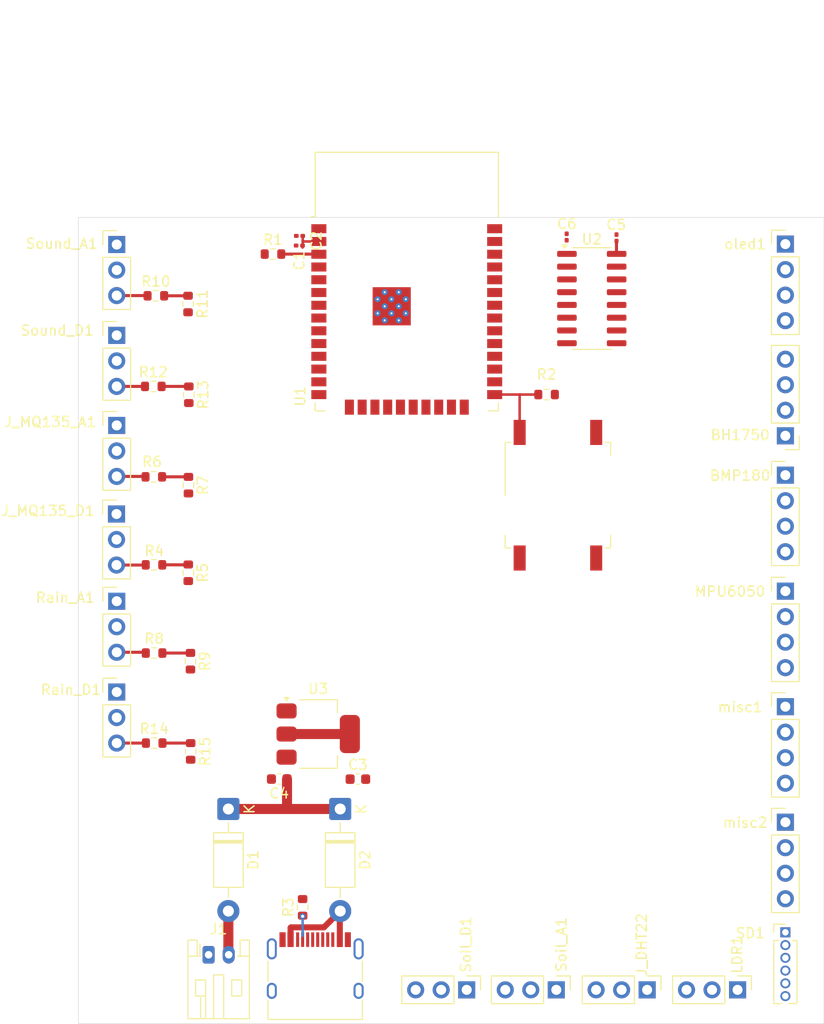
<source format=kicad_pcb>
(kicad_pcb (version 20241229) (generator "pcbnew") (generator_version "9.0")
  (layers (0 "F.Cu" signal) (2 "B.Cu" signal) (13 "F.Paste" user) (15 "B.Paste" user) (5 "F.SilkS" user "F.Silkscreen") (7 "B.SilkS" user "B.Silkscreen") (1 "F.Mask" user) (3 "B.Mask" user) (25 "Edge.Cuts" user))
  (net 0 "")
  (net 1 "+3.3V")
  (net 2 "GND")
  (net 3 "+5V")
  (net 4 "Net-(U2-VCC)")
  (net 5 "Net-(U2-GND)")
  (net 6 "Net-(D1-K)")
  (net 7 "VBUS(5v)")
  (net 9 "Net-(P1-CC)")
  (net 10 "D-")
  (net 11 "D+")
  (net 12 "Net-(U1A-EN)")
  (net 13 "Net-(U1A-GPIO0)")
  (net 14 "SDA")
  (net 15 "SCL")
  (net 16 "IO17")
  (net 17 "IO32")
  (net 18 "IO27")
  (net 19 "IO39")
  (net 20 "Net-(U1A-GPIO27)")
  (net 21 "Net-(U1A-GPIO32)")
  (net 22 "Net-(U1A-GPIO34)")
  (net 23 "IO34")
  (net 24 "IO35")
  (net 25 "RX0")
  (net 27 "Net-(U1A-GPIO35)")
  (net 28 "TX0")
  (net 29 "Net-(U1A-GPIO26)")
  (net 30 "IO26")
  (net 31 "Net-(U1A-GPIO2)")
  (net 43 "Net-(D1-A)")
  (net 44 "IO2")
  (net 45 "IO123")
  (net 46 "IO5")
  (net 47 "IO18")
  (net 48 "IO19")
  (net 49 "IO33")
  (net 50 "IO16")
  (footprint "Connector_PinHeader_2.54mm:PinHeader_1x03_P2.54mm_Vertical" (layer "F.Cu") (at 121.2 144.03 -90)
    (property "Reference" "Soil_A1" (at -4.5 -0.5 90) (layer "F.SilkS"))
    (property "Value" "Conn_01x03" (hide yes))
    (pad "1" thru_hole rect (at 0 0 270) (size 1.7 1.7) (drill 1) (layers "*.Cu" "*.Mask") (net 1 "+3.3V"))
    (pad "2" thru_hole circle (at 0 2.54 270) (size 1.7 1.7) (drill 1) (layers "*.Cu" "*.Mask") (net 2 "GND"))
    (pad "3" thru_hole circle (at 0 5.08 270) (size 1.7 1.7) (drill 1) (layers "*.Cu" "*.Mask") (net 49 "IO33"))
  )
  (footprint "Diode_THT:D_DO-41_SOD81_P10.16mm_Horizontal" (layer "F.Cu") (at 88.56 126.03 -90)
    (property "Reference" "D1" (at 5.08 -2.47 90) (layer "F.SilkS"))
    (property "Value" "1N5819" (hide yes))
    (fp_text user "K" (at 0 -2.1 90) (layer "F.SilkS"))
    (pad "1" thru_hole roundrect (at 0 0 270) (size 2.2 2.2) (drill 1.1) (layers "*.Cu" "*.Mask") (roundrect_rratio 0.113636) (net 6 "Net-(D1-K)"))
    (pad "2" thru_hole circle (at 10.16 0 270) (size 2.2 2.2) (drill 1.1) (layers "*.Cu" "*.Mask") (net 43 "Net-(D1-A)"))
  )
  (footprint "Package_TO_SOT_SMD:SOT-223-3_TabPin2" (layer "F.Cu") (at 97.5 118.57)
    (property "Reference" "U3" (at 0 -4.5 0) (layer "F.SilkS"))
    (property "Value" "AMS1117-3.3" (hide yes))
    (pad "1" smd roundrect (at -3.15 -2.3) (size 2 1.5) (layers "F.Cu" "F.Mask" "F.Paste") (net 2 "GND"))
    (pad "2" smd roundrect (at -3.15 0) (size 2 1.5) (layers "F.Cu" "F.Mask" "F.Paste") (net 1 "+3.3V"))
    (pad "2" smd roundrect (at 3.15 0) (size 2 3.8) (layers "F.Cu" "F.Mask" "F.Paste") (net 1 "+3.3V"))
    (pad "3" smd roundrect (at -3.15 2.3) (size 2 1.5) (layers "F.Cu" "F.Mask" "F.Paste") (net 6 "Net-(D1-K)"))
  )
  (footprint "Connector_PinHeader_1.27mm:PinHeader_1x06_P1.27mm_Vertical" (layer "F.Cu") (at 144 138.305)
    (property "Reference" "SD1" (at -3.5 0.08 0) (layer "F.SilkS"))
    (property "Value" "Conn_01x06" (hide yes))
    (pad "1" thru_hole rect (at 0 0) (size 1 1) (drill 0.65) (layers "*.Cu" "*.Mask") (net 46 "IO5"))
    (pad "2" thru_hole circle (at 0 1.27) (size 1 1) (drill 0.65) (layers "*.Cu" "*.Mask") (net 45 "IO123"))
    (pad "3" thru_hole circle (at 0 2.54) (size 1 1) (drill 0.65) (layers "*.Cu" "*.Mask") (net 48 "IO19"))
    (pad "4" thru_hole circle (at 0 3.81) (size 1 1) (drill 0.65) (layers "*.Cu" "*.Mask") (net 47 "IO18"))
    (pad "5" thru_hole circle (at 0 5.08) (size 1 1) (drill 0.65) (layers "*.Cu" "*.Mask") (net 1 "+3.3V"))
    (pad "6" thru_hole circle (at 0 6.35) (size 1 1) (drill 0.65) (layers "*.Cu" "*.Mask") (net 2 "GND"))
  )
  (footprint "Resistor_SMD:R_0603_1608Metric" (layer "F.Cu") (at 81.165 110.51)
    (property "Reference" "R8" (at 0 -1.43 0) (layer "F.SilkS"))
    (property "Value" "10kΩ" (hide yes))
    (pad "1" smd roundrect (at -0.825 0) (size 0.8 0.95) (layers "F.Cu" "F.Mask" "F.Paste") (net 23 "IO34"))
    (pad "2" smd roundrect (at 0.825 0) (size 0.8 0.95) (layers "F.Cu" "F.Mask" "F.Paste") (net 22 "Net-(U1A-GPIO34)"))
  )
  (footprint "Capacitor_SMD:C_0603_1608Metric" (layer "F.Cu") (at 93.62 123.05 180)
    (property "Reference" "C4" (at 0 -1.43 0) (layer "F.SilkS"))
    (property "Value" "10uF")
    (pad "1" smd roundrect (at -0.775 0 180) (size 0.9 0.95) (layers "F.Cu" "F.Mask" "F.Paste") (net 6 "Net-(D1-K)"))
    (pad "2" smd roundrect (at 0.775 0 180) (size 0.9 0.95) (layers "F.Cu" "F.Mask" "F.Paste") (net 2 "GND"))
  )
  (footprint "Connector_PinHeader_2.54mm:PinHeader_1x03_P2.54mm_Vertical" (layer "F.Cu") (at 77.445 69.85)
    (property "Reference" "Sound_A1" (at -5.48 -0.09 0) (layer "F.SilkS"))
    (property "Value" "Conn_01x03" (hide yes))
    (pad "1" thru_hole rect (at 0 0) (size 1.7 1.7) (drill 1) (layers "*.Cu" "*.Mask") (net 3 "+5V"))
    (pad "2" thru_hole circle (at 0 2.54) (size 1.7 1.7) (drill 1) (layers "*.Cu" "*.Mask") (net 2 "GND"))
    (pad "3" thru_hole circle (at 0 5.08) (size 1.7 1.7) (drill 1) (layers "*.Cu" "*.Mask") (net 24 "IO35"))
  )
  (footprint "Resistor_SMD:R_0603_1608Metric" (layer "F.Cu") (at 84.545 75.77 -90)
    (property "Reference" "R11" (at 0 -1.43 90) (layer "F.SilkS"))
    (property "Value" "6.2kΩ")
    (pad "1" smd roundrect (at -0.825 0 270) (size 0.8 0.95) (layers "F.Cu" "F.Mask" "F.Paste") (net 27 "Net-(U1A-GPIO35)"))
    (pad "2" smd roundrect (at 0.825 0 270) (size 0.8 0.95) (layers "F.Cu" "F.Mask" "F.Paste") (net 2 "GND"))
  )
  (footprint "Connector_PinHeader_2.54mm:PinHeader_1x04_P2.54mm_Vertical" (layer "F.Cu") (at 144 127.345)
    (property "Reference" "misc2" (at -4 0.04 0) (layer "F.SilkS"))
    (property "Value" "Conn_01x04" (hide yes))
    (pad "1" thru_hole rect (at 0 0) (size 1.7 1.7) (drill 1) (layers "*.Cu" "*.Mask") (net 1 "+3.3V"))
    (pad "2" thru_hole circle (at 0 2.54) (size 1.7 1.7) (drill 1) (layers "*.Cu" "*.Mask") (net 2 "GND"))
    (pad "3" thru_hole circle (at 0 5.08) (size 1.7 1.7) (drill 1) (layers "*.Cu" "*.Mask") (net 15 "SCL"))
    (pad "4" thru_hole circle (at 0 7.62) (size 1.7 1.7) (drill 1) (layers "*.Cu" "*.Mask") (net 14 "SDA"))
  )
  (footprint "Capacitor_SMD:C_0201_0603Metric" (layer "F.Cu") (at 127.19 69.18 90)
    (property "Reference" "C5" (at 1.3 -0.03 180) (layer "F.SilkS"))
    (property "Value" "100nF" (hide yes))
    (pad "1" smd roundrect (at -0.32 0 90) (size 0.46 0.4) (layers "F.Cu" "F.Mask") (net 4 "Net-(U2-VCC)"))
    (pad "2" smd roundrect (at 0.32 0 90) (size 0.46 0.4) (layers "F.Cu" "F.Mask") (net 3 "+5V"))
  )
  (footprint "Connector_PinHeader_2.54mm:PinHeader_1x03_P2.54mm_Vertical" (layer "F.Cu") (at 77.445 114.39)
    (property "Reference" "Rain_D1" (at -4.56 -0.23 0) (layer "F.SilkS"))
    (property "Value" "Conn_01x03" (hide yes))
    (pad "1" thru_hole rect (at 0 0) (size 1.7 1.7) (drill 1) (layers "*.Cu" "*.Mask") (net 3 "+5V"))
    (pad "2" thru_hole circle (at 0 2.54) (size 1.7 1.7) (drill 1) (layers "*.Cu" "*.Mask") (net 2 "GND"))
    (pad "3" thru_hole circle (at 0 5.08) (size 1.7 1.7) (drill 1) (layers "*.Cu" "*.Mask") (net 44 "IO2"))
  )
  (footprint "Capacitor_SMD:C_0201_0603Metric" (layer "F.Cu") (at 95.62 69.95 180)
    (property "Reference" "C1" (at 0 -1.5 90) (layer "F.SilkS"))
    (property "Value" "10uF" (hide yes))
    (pad "1" smd roundrect (at -0.32 0 180) (size 0.46 0.4) (layers "F.Cu" "F.Mask") (net 1 "+3.3V"))
    (pad "2" smd roundrect (at 0.32 0 180) (size 0.46 0.4) (layers "F.Cu" "F.Mask") (net 2 "GND"))
  )
  (footprint "Package_SO:SOIC-16_3.9x9.9mm_P1.27mm" (layer "F.Cu") (at 124.73 75.225)
    (property "Reference" "U2" (at 0 -5.9 0) (layer "F.SilkS"))
    (property "Value" "CH340C")
    (pad "1" smd roundrect (at -2.475 -4.445) (size 1.95 0.6) (layers "F.Cu" "F.Mask" "F.Paste") (net 5 "Net-(U2-GND)"))
    (pad "2" smd roundrect (at -2.475 -3.175) (size 1.95 0.6) (layers "F.Cu" "F.Mask" "F.Paste") (net 28 "TX0"))
    (pad "3" smd roundrect (at -2.475 -1.905) (size 1.95 0.6) (layers "F.Cu" "F.Mask" "F.Paste") (net 25 "RX0"))
    (pad "4" smd roundrect (at -2.475 -0.635) (size 1.95 0.6) (layers "F.Cu" "F.Mask" "F.Paste"))
    (pad "5" smd roundrect (at -2.475 0.635) (size 1.95 0.6) (layers "F.Cu" "F.Mask" "F.Paste") (net 10 "D-"))
    (pad "6" smd roundrect (at -2.475 1.905) (size 1.95 0.6) (layers "F.Cu" "F.Mask" "F.Paste") (net 11 "D+"))
    (pad "7" smd roundrect (at -2.475 3.175) (size 1.95 0.6) (layers "F.Cu" "F.Mask" "F.Paste"))
    (pad "8" smd roundrect (at -2.475 4.445) (size 1.95 0.6) (layers "F.Cu" "F.Mask" "F.Paste"))
    (pad "9" smd roundrect (at 2.475 4.445) (size 1.95 0.6) (layers "F.Cu" "F.Mask" "F.Paste"))
    (pad "10" smd roundrect (at 2.475 3.175) (size 1.95 0.6) (layers "F.Cu" "F.Mask" "F.Paste"))
    (pad "11" smd roundrect (at 2.475 1.905) (size 1.95 0.6) (layers "F.Cu" "F.Mask" "F.Paste"))
    (pad "12" smd roundrect (at 2.475 0.635) (size 1.95 0.6) (layers "F.Cu" "F.Mask" "F.Paste"))
    (pad "13" smd roundrect (at 2.475 -0.635) (size 1.95 0.6) (layers "F.Cu" "F.Mask" "F.Paste"))
    (pad "14" smd roundrect (at 2.475 -1.905) (size 1.95 0.6) (layers "F.Cu" "F.Mask" "F.Paste"))
    (pad "15" smd roundrect (at 2.475 -3.175) (size 1.95 0.6) (layers "F.Cu" "F.Mask" "F.Paste"))
    (pad "16" smd roundrect (at 2.475 -4.445) (size 1.95 0.6) (layers "F.Cu" "F.Mask" "F.Paste") (net 4 "Net-(U2-VCC)"))
  )
  (footprint "Resistor_SMD:R_0603_1608Metric" (layer "F.Cu") (at 93 70.8)
    (property "Reference" "R1" (at 0 -1.43 0) (layer "F.SilkS"))
    (property "Value" "10kΩ")
    (pad "1" smd roundrect (at -0.825 0) (size 0.8 0.95) (layers "F.Cu" "F.Mask" "F.Paste") (net 1 "+3.3V"))
    (pad "2" smd roundrect (at 0.825 0) (size 0.8 0.95) (layers "F.Cu" "F.Mask" "F.Paste") (net 12 "Net-(U1A-EN)"))
  )
  (footprint "Connector_USB:USB_C_Receptacle_HRO_TYPE-C-31-M-12" (layer "F.Cu") (at 97.2 143.08)
    (property "Reference" "P1" (hide yes))
    (property "Value" "USB_C_Plug_USB2.0" (hide yes))
    (pad "" np_thru_hole circle (at -2.89 -2.6) (size 0.65 0.65) (drill 0.65) (layers "*.Cu" "*.Mask"))
    (pad "" np_thru_hole circle (at 2.89 -2.6) (size 0.65 0.65) (drill 0.65) (layers "*.Cu" "*.Mask"))
    (pad "A1" smd rect (at -3.25 -4.045) (size 0.6 1.45) (layers "F.Cu" "F.Mask" "F.Paste") (net 2 "GND"))
    (pad "A4" smd rect (at -2.45 -4.045) (size 0.6 1.45) (layers "F.Cu" "F.Mask" "F.Paste") (net 7 "VBUS(5v)"))
    (pad "A5" smd rect (at -1.25 -4.045) (size 0.3 1.45) (layers "F.Cu" "F.Mask" "F.Paste") (net 9 "Net-(P1-CC)"))
    (pad "A6" smd rect (at -0.25 -4.045) (size 0.3 1.45) (layers "F.Cu" "F.Mask" "F.Paste") (net 11 "D+"))
    (pad "A7" smd rect (at 0.25 -4.045) (size 0.3 1.45) (layers "F.Cu" "F.Mask" "F.Paste") (net 10 "D-"))
    (pad "A8" smd rect (at 1.25 -4.045) (size 0.3 1.45) (layers "F.Cu" "F.Mask" "F.Paste"))
    (pad "A9" smd rect (at 2.45 -4.045) (size 0.6 1.45) (layers "F.Cu" "F.Mask" "F.Paste") (net 7 "VBUS(5v)"))
    (pad "A12" smd rect (at 3.25 -4.045) (size 0.6 1.45) (layers "F.Cu" "F.Mask" "F.Paste") (net 2 "GND"))
    (pad "B1" smd rect (at 3.25 -4.045) (size 0.6 1.45) (layers "F.Cu" "F.Mask" "F.Paste") (net 2 "GND"))
    (pad "B4" smd rect (at 2.45 -4.045) (size 0.6 1.45) (layers "F.Cu" "F.Mask" "F.Paste") (net 7 "VBUS(5v)"))
    (pad "B5" smd rect (at 1.75 -4.045) (size 0.3 1.45) (layers "F.Cu" "F.Mask" "F.Paste"))
    (pad "B6" smd rect (at 0.75 -4.045) (size 0.3 1.45) (layers "F.Cu" "F.Mask" "F.Paste"))
    (pad "B7" smd rect (at -0.75 -4.045) (size 0.3 1.45) (layers "F.Cu" "F.Mask" "F.Paste"))
    (pad "B8" smd rect (at -1.75 -4.045) (size 0.3 1.45) (layers "F.Cu" "F.Mask" "F.Paste"))
    (pad "B9" smd rect (at -2.45 -4.045) (size 0.6 1.45) (layers "F.Cu" "F.Mask" "F.Paste") (net 7 "VBUS(5v)"))
    (pad "B12" smd rect (at -3.25 -4.045) (size 0.6 1.45) (layers "F.Cu" "F.Mask" "F.Paste") (net 2 "GND"))
    (pad "S1" thru_hole oval (at -4.32 -3.13) (size 1 2.1) (drill oval 0.6 1.7) (property pad_prop_heatsink) (layers "*.Cu" "*.Mask") (net 2 "GND"))
    (pad "S1" thru_hole oval (at -4.32 1.05) (size 1 1.6) (drill oval 0.6 1.2) (property pad_prop_heatsink) (layers "*.Cu" "*.Mask") (net 2 "GND"))
    (pad "S1" thru_hole oval (at 4.32 -3.13) (size 1 2.1) (drill oval 0.6 1.7) (property pad_prop_heatsink) (layers "*.Cu" "*.Mask") (net 2 "GND"))
    (pad "S1" thru_hole oval (at 4.32 1.05) (size 1 1.6) (drill oval 0.6 1.2) (property pad_prop_heatsink) (layers "*.Cu" "*.Mask") (net 2 "GND"))
  )
  (footprint "Resistor_SMD:R_0603_1608Metric" (layer "F.Cu") (at 81.085 83.97)
    (property "Reference" "R12" (at 0 -1.43 0) (layer "F.SilkS"))
    (property "Value" "10kΩ")
    (pad "1" smd roundrect (at -0.825 0) (size 0.8 0.95) (layers "F.Cu" "F.Mask" "F.Paste") (net 30 "IO26"))
    (pad "2" smd roundrect (at 0.825 0) (size 0.8 0.95) (layers "F.Cu" "F.Mask" "F.Paste") (net 29 "Net-(U1A-GPIO26)"))
  )
  (footprint "Resistor_SMD:R_0603_1608Metric" (layer "F.Cu") (at 84.585 93.8 -90)
    (property "Reference" "R7" (at 0 -1.43 90) (layer "F.SilkS"))
    (property "Value" "6.2kΩ" (hide yes))
    (pad "1" smd roundrect (at -0.825 0 270) (size 0.8 0.95) (layers "F.Cu" "F.Mask" "F.Paste") (net 21 "Net-(U1A-GPIO32)"))
    (pad "2" smd roundrect (at 0.825 0 270) (size 0.8 0.95) (layers "F.Cu" "F.Mask" "F.Paste") (net 2 "GND"))
  )
  (footprint "Resistor_SMD:R_0603_1608Metric" (layer "F.Cu") (at 84.785 111.32 -90)
    (property "Reference" "R9" (at 0 -1.43 90) (layer "F.SilkS"))
    (property "Value" "6.2kΩ" (hide yes))
    (pad "1" smd roundrect (at -0.825 0 270) (size 0.8 0.95) (layers "F.Cu" "F.Mask" "F.Paste") (net 22 "Net-(U1A-GPIO34)"))
    (pad "2" smd roundrect (at 0.825 0 270) (size 0.8 0.95) (layers "F.Cu" "F.Mask" "F.Paste") (net 2 "GND"))
  )
  (footprint "Connector_JST:JST_PH_S2B-PH-K_1x02_P2.00mm_Horizontal" (layer "F.Cu") (at 86.59 140.54)
    (property "Reference" "J1" (at 1 -2.55 0) (layer "F.SilkS"))
    (property "Value" "Conn_01x02" (hide yes))
    (pad "1" thru_hole roundrect (at 0 0) (size 1.2 1.75) (drill 0.75) (layers "*.Cu" "*.Mask") (roundrect_rratio 0.208333) (net 2 "GND"))
    (pad "2" thru_hole oval (at 2 0) (size 1.2 1.75) (drill 0.75) (layers "*.Cu" "*.Mask") (net 43 "Net-(D1-A)"))
  )
  (footprint "Connector_PinHeader_2.54mm:PinHeader_1x03_P2.54mm_Vertical" (layer "F.Cu") (at 77.425 96.67)
    (property "Reference" "J_MQ135_D1" (at -6.83 -0.32 0) (layer "F.SilkS"))
    (property "Value" "Conn_01x03" (hide yes))
    (pad "1" thru_hole rect (at 0 0) (size 1.7 1.7) (drill 1) (layers "*.Cu" "*.Mask") (net 3 "+5V"))
    (pad "2" thru_hole circle (at 0 2.54) (size 1.7 1.7) (drill 1) (layers "*.Cu" "*.Mask") (net 2 "GND"))
    (pad "3" thru_hole circle (at 0 5.08) (size 1.7 1.7) (drill 1) (layers "*.Cu" "*.Mask") (net 18 "IO27"))
  )
  (footprint "Resistor_SMD:R_0603_1608Metric" (layer "F.Cu") (at 120.23 84.78)
    (property "Reference" "R2" (at 0 -2 0) (layer "F.SilkS"))
    (property "Value" "10kΩ")
    (pad "1" smd roundrect (at -0.825 0) (size 0.8 0.95) (layers "F.Cu" "F.Mask" "F.Paste") (net 13 "Net-(U1A-GPIO0)"))
    (pad "2" smd roundrect (at 0.825 0) (size 0.8 0.95) (layers "F.Cu" "F.Mask" "F.Paste") (net 1 "+3.3V"))
  )
  (footprint "Connector_PinHeader_2.54mm:PinHeader_1x04_P2.54mm_Vertical" (layer "F.Cu") (at 144 88.885 180)
    (property "Reference" "BH1750" (at 4.5 0.08 0) (layer "F.SilkS"))
    (property "Value" "Conn_01x04" (hide yes))
    (pad "1" thru_hole rect (at 0 0 180) (size 1.7 1.7) (drill 1) (layers "*.Cu" "*.Mask") (net 1 "+3.3V"))
    (pad "2" thru_hole circle (at 0 2.54 180) (size 1.7 1.7) (drill 1) (layers "*.Cu" "*.Mask") (net 2 "GND"))
    (pad "3" thru_hole circle (at 0 5.08 180) (size 1.7 1.7) (drill 1) (layers "*.Cu" "*.Mask") (net 15 "SCL"))
    (pad "4" thru_hole circle (at 0 7.62 180) (size 1.7 1.7) (drill 1) (layers "*.Cu" "*.Mask") (net 14 "SDA"))
  )
  (footprint "Connector_PinHeader_2.54mm:PinHeader_1x03_P2.54mm_Vertical" (layer "F.Cu") (at 77.445 78.89)
    (property "Reference" "Sound_D1" (at -5.93 -0.49 0) (layer "F.SilkS"))
    (property "Value" "Conn_01x03" (hide yes))
    (pad "1" thru_hole rect (at 0 0) (size 1.7 1.7) (drill 1) (layers "*.Cu" "*.Mask") (net 3 "+5V"))
    (pad "2" thru_hole circle (at 0 2.54) (size 1.7 1.7) (drill 1) (layers "*.Cu" "*.Mask") (net 2 "GND"))
    (pad "3" thru_hole circle (at 0 5.08) (size 1.7 1.7) (drill 1) (layers "*.Cu" "*.Mask") (net 30 "IO26"))
  )
  (footprint "Capacitor_SMD:C_0603_1608Metric" (layer "F.Cu") (at 101.45 123.06)
    (property "Reference" "C3" (at 0 -1.43 0) (layer "F.SilkS"))
    (property "Value" "22uF")
    (pad "1" smd roundrect (at -0.775 0) (size 0.9 0.95) (layers "F.Cu" "F.Mask" "F.Paste") (net 1 "+3.3V"))
    (pad "2" smd roundrect (at 0.775 0) (size 0.9 0.95) (layers "F.Cu" "F.Mask" "F.Paste") (net 2 "GND"))
  )
  (footprint "Diode_THT:D_DO-41_SOD81_P10.16mm_Horizontal" (layer "F.Cu") (at 99.69 126.03 -90)
    (property "Reference" "D2" (at 5.08 -2.47 90) (layer "F.SilkS"))
    (property "Value" "1N5819" (hide yes))
    (fp_text user "K" (at 0 -2.1 90) (layer "F.SilkS"))
    (pad "1" thru_hole roundrect (at 0 0 270) (size 2.2 2.2) (drill 1.1) (layers "*.Cu" "*.Mask") (roundrect_rratio 0.113636) (net 6 "Net-(D1-K)"))
    (pad "2" thru_hole circle (at 10.16 0 270) (size 2.2 2.2) (drill 1.1) (layers "*.Cu" "*.Mask") (net 7 "VBUS(5v)"))
  )
  (footprint "Resistor_SMD:R_0603_1608Metric" (layer "F.Cu") (at 81.135 92.97)
    (property "Reference" "R6" (at -0.175 -1.5 0) (layer "F.SilkS"))
    (property "Value" "10kΩ" (hide yes))
    (pad "1" smd roundrect (at -0.825 0) (size 0.8 0.95) (layers "F.Cu" "F.Mask" "F.Paste") (net 17 "IO32"))
    (pad "2" smd roundrect (at 0.825 0) (size 0.8 0.95) (layers "F.Cu" "F.Mask" "F.Paste") (net 21 "Net-(U1A-GPIO32)"))
  )
  (footprint "Connector_PinHeader_2.54mm:PinHeader_1x04_P2.54mm_Vertical" (layer "F.Cu") (at 144 92.805)
    (property "Reference" "BMP180" (at -4.5 0.04 0) (layer "F.SilkS"))
    (property "Value" "Conn_01x04" (hide yes))
    (pad "1" thru_hole rect (at 0 0) (size 1.7 1.7) (drill 1) (layers "*.Cu" "*.Mask") (net 1 "+3.3V"))
    (pad "2" thru_hole circle (at 0 2.54) (size 1.7 1.7) (drill 1) (layers "*.Cu" "*.Mask") (net 2 "GND"))
    (pad "3" thru_hole circle (at 0 5.08) (size 1.7 1.7) (drill 1) (layers "*.Cu" "*.Mask") (net 15 "SCL"))
    (pad "4" thru_hole circle (at 0 7.62) (size 1.7 1.7) (drill 1) (layers "*.Cu" "*.Mask") (net 14 "SDA"))
  )
  (footprint "Connector_PinHeader_2.54mm:PinHeader_1x03_P2.54mm_Vertical" (layer "F.Cu") (at 77.445 105.35)
    (property "Reference" "Rain_A1" (at -5.13 -0.36 0) (layer "F.SilkS"))
    (property "Value" "Conn_01x03" (hide yes))
    (pad "1" thru_hole rect (at 0 0) (size 1.7 1.7) (drill 1) (layers "*.Cu" "*.Mask") (net 3 "+5V"))
    (pad "2" thru_hole circle (at 0 2.54) (size 1.7 1.7) (drill 1) (layers "*.Cu" "*.Mask") (net 2 "GND"))
    (pad "3" thru_hole circle (at 0 5.08) (size 1.7 1.7) (drill 1) (layers "*.Cu" "*.Mask") (net 23 "IO34"))
  )
  (footprint "Resistor_SMD:R_0603_1608Metric" (layer "F.Cu") (at 81.175 119.47)
    (property "Reference" "R14" (at 0 -1.43 0) (layer "F.SilkS"))
    (property "Value" "10kΩ" (hide yes))
    (pad "1" smd roundrect (at -0.825 0) (size 0.8 0.95) (layers "F.Cu" "F.Mask" "F.Paste") (net 44 "IO2"))
    (pad "2" smd roundrect (at 0.825 0) (size 0.8 0.95) (layers "F.Cu" "F.Mask" "F.Paste") (net 31 "Net-(U1A-GPIO2)"))
  )
  (footprint "Resistor_SMD:R_0603_1608Metric" (layer "F.Cu") (at 84.62 84.8 -90)
    (property "Reference" "R13" (at 0 -1.43 90) (layer "F.SilkS"))
    (property "Value" "6.2kΩ")
    (pad "1" smd roundrect (at -0.825 0 270) (size 0.8 0.95) (layers "F.Cu" "F.Mask" "F.Paste") (net 29 "Net-(U1A-GPIO26)"))
    (pad "2" smd roundrect (at 0.825 0 270) (size 0.8 0.95) (layers "F.Cu" "F.Mask" "F.Paste") (net 2 "GND"))
  )
  (footprint "Capacitor_SMD:C_0201_0603Metric" (layer "F.Cu") (at 122.23 69.1 90)
    (property "Reference" "C6" (at 1.31 0.015 180) (layer "F.SilkS"))
    (property "Value" "100nF" (hide yes))
    (pad "1" smd roundrect (at -0.32 0 90) (size 0.46 0.4) (layers "F.Cu" "F.Mask") (net 2 "GND"))
    (pad "2" smd roundrect (at 0.32 0 90) (size 0.46 0.4) (layers "F.Cu" "F.Mask") (net 5 "Net-(U2-GND)"))
  )
  (footprint "Resistor_SMD:R_0603_1608Metric" (layer "F.Cu") (at 95.95 135.82 90)
    (property "Reference" "R3" (at 0 -1.43 90) (layer "F.SilkS"))
    (property "Value" "5.1kΩ" (hide yes))
    (pad "1" smd roundrect (at -0.825 0 90) (size 0.8 0.95) (layers "F.Cu" "F.Mask" "F.Paste") (net 9 "Net-(P1-CC)"))
    (pad "2" smd roundrect (at 0.825 0 90) (size 0.8 0.95) (layers "F.Cu" "F.Mask" "F.Paste") (net 2 "GND"))
  )
  (footprint "Resistor_SMD:R_0603_1608Metric" (layer "F.Cu") (at 84.805 120.3 -90)
    (property "Reference" "R15" (at 0 -1.43 90) (layer "F.SilkS"))
    (property "Value" "6.2kΩ" (hide yes))
    (pad "1" smd roundrect (at -0.825 0 270) (size 0.8 0.95) (layers "F.Cu" "F.Mask" "F.Paste") (net 31 "Net-(U1A-GPIO2)"))
    (pad "2" smd roundrect (at 0.825 0 270) (size 0.8 0.95) (layers "F.Cu" "F.Mask" "F.Paste") (net 2 "GND"))
  )
  (footprint "Connector_PinHeader_2.54mm:PinHeader_1x03_P2.54mm_Vertical" (layer "F.Cu") (at 130.24 144.03 -90)
    (property "Reference" "J_DHT22" (at -4.5 0.54 90) (layer "F.SilkS"))
    (property "Value" "Conn_01x03" (hide yes))
    (pad "1" thru_hole rect (at 0 0 270) (size 1.7 1.7) (drill 1) (layers "*.Cu" "*.Mask") (net 1 "+3.3V"))
    (pad "2" thru_hole circle (at 0 2.54 270) (size 1.7 1.7) (drill 1) (layers "*.Cu" "*.Mask") (net 2 "GND"))
    (pad "3" thru_hole circle (at 0 5.08 270) (size 1.7 1.7) (drill 1) (layers "*.Cu" "*.Mask") (net 16 "IO17"))
  )
  (footprint "Connector_PinHeader_2.54mm:PinHeader_1x04_P2.54mm_Vertical" (layer "F.Cu") (at 144 115.845)
    (property "Reference" "misc1" (at -4.5 0.04 0) (layer "F.SilkS"))
    (property "Value" "Conn_01x04" (hide yes))
    (pad "1" thru_hole rect (at 0 0) (size 1.7 1.7) (drill 1) (layers "*.Cu" "*.Mask") (net 1 "+3.3V"))
    (pad "2" thru_hole circle (at 0 2.54) (size 1.7 1.7) (drill 1) (layers "*.Cu" "*.Mask") (net 2 "GND"))
    (pad "3" thru_hole circle (at 0 5.08) (size 1.7 1.7) (drill 1) (layers "*.Cu" "*.Mask") (net 15 "SCL"))
    (pad "4" thru_hole circle (at 0 7.62) (size 1.7 1.7) (drill 1) (layers "*.Cu" "*.Mask") (net 14 "SDA"))
  )
  (footprint "Connector_PinHeader_2.54mm:PinHeader_1x04_P2.54mm_Vertical" (layer "F.Cu") (at 144 69.805)
    (property "Reference" "oled1" (at -4 0 0) (layer "F.SilkS"))
    (property "Value" "Conn_01x04" (hide yes))
    (pad "1" thru_hole rect (at 0 0) (size 1.7 1.7) (drill 1) (layers "*.Cu" "*.Mask") (net 1 "+3.3V"))
    (pad "2" thru_hole circle (at 0 2.54) (size 1.7 1.7) (drill 1) (layers "*.Cu" "*.Mask") (net 2 "GND"))
    (pad "3" thru_hole circle (at 0 5.08) (size 1.7 1.7) (drill 1) (layers "*.Cu" "*.Mask") (net 15 "SCL"))
    (pad "4" thru_hole circle (at 0 7.62) (size 1.7 1.7) (drill 1) (layers "*.Cu" "*.Mask") (net 14 "SDA"))
  )
  (footprint "Capacitor_SMD:C_0201_0603Metric" (layer "F.Cu") (at 95.64 68.99 180)
    (property "Reference" "C2" (at -1.68 -0.5 90) (layer "F.SilkS"))
    (property "Value" "0.1uF" (hide yes))
    (pad "1" smd roundrect (at -0.32 0 180) (size 0.46 0.4) (layers "F.Cu" "F.Mask") (net 1 "+3.3V"))
    (pad "2" smd roundrect (at 0.32 0 180) (size 0.46 0.4) (layers "F.Cu" "F.Mask") (net 2 "GND"))
  )
  (footprint "Connector_PinHeader_2.54mm:PinHeader_1x03_P2.54mm_Vertical" (layer "F.Cu") (at 77.445 87.85)
    (property "Reference" "J_MQ135_A1" (at -6.61 -0.34 0) (layer "F.SilkS"))
    (property "Value" "Conn_01x03" (hide yes))
    (pad "1" thru_hole rect (at 0 0) (size 1.7 1.7) (drill 1) (layers "*.Cu" "*.Mask") (net 3 "+5V"))
    (pad "2" thru_hole circle (at 0 2.54) (size 1.7 1.7) (drill 1) (layers "*.Cu" "*.Mask") (net 2 "GND"))
    (pad "3" thru_hole circle (at 0 5.08) (size 1.7 1.7) (drill 1) (layers "*.Cu" "*.Mask") (net 17 "IO32"))
  )
  (footprint "Button_Switch_SMD:SW_MEC_5GSH9" (layer "F.Cu") (at 121.36 94.8)
    (property "Reference" "SW1" (hide yes))
    (property "Value" "BOOT OPTION")
    (pad "1" smd rect (at -3.81 -6.25 90) (size 2.5 1.2) (layers "F.Cu" "F.Mask" "F.Paste") (net 13 "Net-(U1A-GPIO0)"))
    (pad "2" smd rect (at -3.81 6.25 90) (size 2.5 1.2) (layers "F.Cu" "F.Mask" "F.Paste") (net 2 "GND"))
    (pad "3" smd rect (at 3.81 -6.25 90) (size 2.5 1.2) (layers "F.Cu" "F.Mask" "F.Paste"))
    (pad "4" smd rect (at 3.81 6.25 90) (size 2.5 1.2) (layers "F.Cu" "F.Mask" "F.Paste"))
  )
  (footprint "Resistor_SMD:R_0603_1608Metric" (layer "F.Cu") (at 81.155 101.73)
    (property "Reference" "R4" (at 0.03 -1.39 0) (layer "F.SilkS"))
    (property "Value" "10kΩ" (hide yes))
    (pad "1" smd roundrect (at -0.825 0) (size 0.8 0.95) (layers "F.Cu" "F.Mask" "F.Paste") (net 18 "IO27"))
    (pad "2" smd roundrect (at 0.825 0) (size 0.8 0.95) (layers "F.Cu" "F.Mask" "F.Paste") (net 20 "Net-(U1A-GPIO27)"))
  )
  (footprint "Resistor_SMD:R_0603_1608Metric" (layer "F.Cu") (at 81.34 74.95)
    (property "Reference" "R10" (at 0 -1.43 0) (layer "F.SilkS"))
    (property "Value" "10kΩ")
    (pad "1" smd roundrect (at -0.825 0) (size 0.8 0.95) (layers "F.Cu" "F.Mask" "F.Paste") (net 24 "IO35"))
    (pad "2" smd roundrect (at 0.825 0) (size 0.8 0.95) (layers "F.Cu" "F.Mask" "F.Paste") (net 27 "Net-(U1A-GPIO35)"))
  )
  (footprint "esp32:ESP32-WROOM-32D" (layer "F.Cu") (at 106.315 76.525)
    (property "Reference" "U1" (at -10.61 8.43 90) (layer "F.SilkS"))
    (property "Value" "exp32wroomd")
    (pad "1" smd rect (at -8.75 -8.25) (size 1.5 0.9) (layers "F.Cu" "F.Mask" "F.Paste") (net 2 "GND"))
    (pad "2" smd rect (at -8.75 -6.98) (size 1.5 0.9) (layers "F.Cu" "F.Mask" "F.Paste") (net 1 "+3.3V"))
    (pad "3" smd rect (at -8.75 -5.71) (size 1.5 0.9) (layers "F.Cu" "F.Mask" "F.Paste") (net 12 "Net-(U1A-EN)"))
    (pad "4" smd rect (at -8.75 -4.44) (size 1.5 0.9) (layers "F.Cu" "F.Mask" "F.Paste"))
    (pad "5" smd rect (at -8.75 -3.17) (size 1.5 0.9) (layers "F.Cu" "F.Mask" "F.Paste") (net 19 "IO39"))
    (pad "6" smd rect (at -8.75 -1.9) (size 1.5 0.9) (layers "F.Cu" "F.Mask" "F.Paste") (net 22 "Net-(U1A-GPIO34)"))
    (pad "7" smd rect (at -8.75 -0.63) (size 1.5 0.9) (layers "F.Cu" "F.Mask" "F.Paste") (net 27 "Net-(U1A-GPIO35)"))
    (pad "8" smd rect (at -8.75 0.64) (size 1.5 0.9) (layers "F.Cu" "F.Mask" "F.Paste") (net 21 "Net-(U1A-GPIO32)"))
    (pad "9" smd rect (at -8.75 1.91) (size 1.5 0.9) (layers "F.Cu" "F.Mask" "F.Paste") (net 49 "IO33"))
    (pad "10" smd rect (at -8.75 3.18) (size 1.5 0.9) (layers "F.Cu" "F.Mask" "F.Paste"))
    (pad "11" smd rect (at -8.75 4.45) (size 1.5 0.9) (layers "F.Cu" "F.Mask" "F.Paste") (net 29 "Net-(U1A-GPIO26)"))
    (pad "12" smd rect (at -8.75 5.72) (size 1.5 0.9) (layers "F.Cu" "F.Mask" "F.Paste") (net 20 "Net-(U1A-GPIO27)"))
    (pad "13" smd rect (at -8.75 6.99) (size 1.5 0.9) (layers "F.Cu" "F.Mask" "F.Paste"))
    (pad "14" smd rect (at -8.75 8.26) (size 1.5 0.9) (layers "F.Cu" "F.Mask" "F.Paste"))
    (pad "15" smd rect (at -5.71 9.51 90) (size 1.5 0.9) (layers "F.Cu" "F.Mask" "F.Paste"))
    (pad "16" smd rect (at -4.44 9.51 90) (size 1.5 0.9) (layers "F.Cu" "F.Mask" "F.Paste"))
    (pad "17" smd rect (at -3.17 9.51 90) (size 1.5 0.9) (layers "F.Cu" "F.Mask" "F.Paste"))
    (pad "18" smd rect (at -1.9 9.51 90) (size 1.5 0.9) (layers "F.Cu" "F.Mask" "F.Paste"))
    (pad "19" smd rect (at -0.63 9.51 90) (size 1.5 0.9) (layers "F.Cu" "F.Mask" "F.Paste"))
    (pad "20" smd rect (at 0.64 9.51 90) (size 1.5 0.9) (layers "F.Cu" "F.Mask" "F.Paste"))
    (pad "21" smd rect (at 1.91 9.51 90) (size 1.5 0.9) (layers "F.Cu" "F.Mask" "F.Paste"))
    (pad "22" smd rect (at 3.18 9.51 90) (size 1.5 0.9) (layers "F.Cu" "F.Mask" "F.Paste"))
    (pad "23" smd rect (at 4.45 9.51 90) (size 1.5 0.9) (layers "F.Cu" "F.Mask" "F.Paste"))
    (pad "24" smd rect (at 5.72 9.51 90) (size 1.5 0.9) (layers "F.Cu" "F.Mask" "F.Paste") (net 31 "Net-(U1A-GPIO2)"))
    (pad "25" smd rect (at 8.75 8.26) (size 1.5 0.9) (layers "F.Cu" "F.Mask" "F.Paste") (net 13 "Net-(U1A-GPIO0)"))
    (pad "26" smd rect (at 8.75 6.99) (size 1.5 0.9) (layers "F.Cu" "F.Mask" "F.Paste"))
    (pad "27" smd rect (at 8.75 5.72) (size 1.5 0.9) (layers "F.Cu" "F.Mask" "F.Paste") (net 50 "IO16"))
    (pad "28" smd rect (at 8.75 4.45) (size 1.5 0.9) (layers "F.Cu" "F.Mask" "F.Paste") (net 16 "IO17"))
    (pad "29" smd rect (at 8.75 3.18) (size 1.5 0.9) (layers "F.Cu" "F.Mask" "F.Paste") (net 46 "IO5"))
    (pad "30" smd rect (at 8.75 1.91) (size 1.5 0.9) (layers "F.Cu" "F.Mask" "F.Paste") (net 47 "IO18"))
    (pad "31" smd rect (at 8.75 0.64) (size 1.5 0.9) (layers "F.Cu" "F.Mask" "F.Paste") (net 48 "IO19"))
    (pad "32" smd rect (at 8.75 -0.63) (size 1.5 0.9) (layers "F.Cu" "F.Mask" "F.Paste"))
    (pad "33" smd rect (at 8.75 -1.9) (size 1.5 0.9) (layers "F.Cu" "F.Mask" "F.Paste") (net 15 "SCL"))
    (pad "34" smd rect (at 8.75 -3.17) (size 1.5 0.9) (layers "F.Cu" "F.Mask" "F.Paste") (net 28 "TX0"))
    (pad "35" smd rect (at 8.75 -4.44) (size 1.5 0.9) (layers "F.Cu" "F.Mask" "F.Paste") (net 25 "RX0"))
    (pad "36" smd rect (at 8.75 -5.71) (size 1.5 0.9) (layers "F.Cu" "F.Mask" "F.Paste") (net 14 "SDA"))
    (pad "37" smd rect (at 8.75 -6.98) (size 1.5 0.9) (layers "F.Cu" "F.Mask" "F.Paste") (net 45 "IO123"))
    (pad "38" smd rect (at 8.75 -8.25) (size 1.5 0.9) (layers "F.Cu" "F.Mask" "F.Paste"))
    (pad "39" smd rect (at -2.9 -1.93) (size 0.9 0.9) (layers "F.Cu" "F.Paste"))
    (pad "39" thru_hole circle (at -2.9 -1.23) (size 0.6 0.6) (drill 0.2) (property pad_prop_heatsink) (layers "*.Cu" "F.Mask"))
    (pad "39" smd rect (at -2.9 -0.53) (size 0.9 0.9) (layers "F.Cu" "F.Paste"))
    (pad "39" thru_hole circle (at -2.9 0.17) (size 0.6 0.6) (drill 0.2) (property pad_prop_heatsink) (layers "*.Cu" "F.Mask"))
    (pad "39" smd rect (at -2.9 0.87) (size 0.9 0.9) (layers "F.Cu" "F.Paste"))
    (pad "39" thru_hole circle (at -2.2 -1.93) (size 0.6 0.6) (drill 0.2) (property pad_prop_heatsink) (layers "*.Cu" "F.Mask"))
    (pad "39" thru_hole circle (at -2.2 -0.53) (size 0.6 0.6) (drill 0.2) (property pad_prop_heatsink) (layers "*.Cu" "F.Mask"))
    (pad "39" thru_hole circle (at -2.2 0.87) (size 0.6 0.6) (drill 0.2) (property pad_prop_heatsink) (layers "*.Cu" "F.Mask"))
    (pad "39" thru_hole circle (at -1.525 -1.23) (size 0.6 0.6) (drill 0.2) (property pad_prop_heatsink) (layers "*.Cu" "F.Mask"))
    (pad "39" thru_hole circle (at -1.525 0.17) (size 0.6 0.6) (drill 0.2) (property pad_prop_heatsink) (layers "*.Cu" "F.Mask"))
    (pad "39" smd rect (at -1.5 -1.93) (size 0.9 0.9) (layers "F.Cu" "F.Paste"))
    (pad "39" smd rect (at -1.5 -0.53) (size 0.9 0.9) (layers "F.Cu" "F.Paste"))
    (pad "39" smd rect (at -1.5 -0.53) (size 3.8 3.8) (layers "F.Cu" "F.Mask"))
    (pad "39" smd rect (at -1.5 0.87) (size 0.9 0.9) (layers "F.Cu" "F.Paste"))
    (pad "39" thru_hole circle (at -0.8 -1.93) (size 0.6 0.6) (drill 0.2) (property pad_prop_heatsink) (layers "*.Cu" "F.Mask"))
    (pad "39" thru_hole circle (at -0.8 -0.53) (size 0.6 0.6) (drill 0.2) (property pad_prop_heatsink) (layers "*.Cu" "F.Mask"))
    (pad "39" thru_hole circle (at -0.8 0.87) (size 0.6 0.6) (drill 0.2) (property pad_prop_heatsink) (layers "*.Cu" "F.Mask"))
    (pad "39" smd rect (at -0.1 -1.93) (size 0.9 0.9) (layers "F.Cu" "F.Paste"))
    (pad "39" thru_hole circle (at -0.1 -1.23) (size 0.6 0.6) (drill 0.2) (property pad_prop_heatsink) (layers "*.Cu" "F.Mask"))
    (pad "39" smd rect (at -0.1 -0.53) (size 0.9 0.9) (layers "F.Cu" "F.Paste"))
    (pad "39" thru_hole circle (at -0.1 0.17) (size 0.6 0.6) (drill 0.2) (property pad_prop_heatsink) (layers "*.Cu" "F.Mask"))
    (pad "39" smd rect (at -0.1 0.87) (size 0.9 0.9) (layers "F.Cu" "F.Paste"))
  )
  (footprint "Connector_PinHeader_2.54mm:PinHeader_1x03_P2.54mm_Vertical" (layer "F.Cu") (at 112.28 144.03 -90)
    (property "Reference" "Soil_D1" (at -4.5 0.08 90) (layer "F.SilkS"))
    (property "Value" "Conn_01x03" (hide yes))
    (pad "1" thru_hole rect (at 0 0 270) (size 1.7 1.7) (drill 1) (layers "*.Cu" "*.Mask") (net 1 "+3.3V"))
    (pad "2" thru_hole circle (at 0 2.54 270) (size 1.7 1.7) (drill 1) (layers "*.Cu" "*.Mask") (net 2 "GND"))
    (pad "3" thru_hole circle (at 0 5.08 270) (size 1.7 1.7) (drill 1) (layers "*.Cu" "*.Mask") (net 50 "IO16"))
  )
  (footprint "Connector_PinHeader_2.54mm:PinHeader_1x03_P2.54mm_Vertical" (layer "F.Cu") (at 139.24 144.03 -90)
    (property "Reference" "LDR1" (at -3.5 0.04 90) (layer "F.SilkS"))
    (property "Value" "Conn_01x03" (hide yes))
    (pad "1" thru_hole rect (at 0 0 270) (size 1.7 1.7) (drill 1) (layers "*.Cu" "*.Mask") (net 1 "+3.3V"))
    (pad "2" thru_hole circle (at 0 2.54 270) (size 1.7 1.7) (drill 1) (layers "*.Cu" "*.Mask") (net 2 "GND"))
    (pad "3" thru_hole circle (at 0 5.08 270) (size 1.7 1.7) (drill 1) (layers "*.Cu" "*.Mask") (net 19 "IO39"))
  )
  (footprint "Resistor_SMD:R_0603_1608Metric" (layer "F.Cu") (at 84.565 102.52 -90)
    (property "Reference" "R5" (at 0 -1.43 90) (layer "F.SilkS"))
    (property "Value" "6.2kΩ" (hide yes))
    (pad "1" smd roundrect (at -0.825 0 270) (size 0.8 0.95) (layers "F.Cu" "F.Mask" "F.Paste") (net 20 "Net-(U1A-GPIO27)"))
    (pad "2" smd roundrect (at 0.825 0 270) (size 0.8 0.95) (layers "F.Cu" "F.Mask" "F.Paste") (net 2 "GND"))
  )
  (footprint "Connector_PinHeader_2.54mm:PinHeader_1x04_P2.54mm_Vertical" (layer "F.Cu") (at 144 104.345)
    (property "Reference" "MPU6050" (at -5.5 0.04 0) (layer "F.SilkS"))
    (property "Value" "Conn_01x04" (hide yes))
    (pad "1" thru_hole rect (at 0 0) (size 1.7 1.7) (drill 1) (layers "*.Cu" "*.Mask") (net 1 "+3.3V"))
    (pad "2" thru_hole circle (at 0 2.54) (size 1.7 1.7) (drill 1) (layers "*.Cu" "*.Mask") (net 2 "GND"))
    (pad "3" thru_hole circle (at 0 5.08) (size 1.7 1.7) (drill 1) (layers "*.Cu" "*.Mask") (net 15 "SCL"))
    (pad "4" thru_hole circle (at 0 7.62) (size 1.7 1.7) (drill 1) (layers "*.Cu" "*.Mask") (net 14 "SDA"))
  )
  (gr_rect (start 73.63 67.15) (end 147.84 147.39) (stroke (width 0.05)) (fill no) (layer "Edge.Cuts"))
  (segment (start 97.565 69.545) (end 96.025 69.545) (width 0.25) (layer "F.Cu") (net 1))
  (segment (start 95.96 68.99) (end 95.96 69.48) (width 0.25) (layer "F.Cu") (net 1))
  (segment (start 96.025 69.545) (end 95.96 69.48) (width 0.25) (layer "F.Cu") (net 1))
  (segment (start 94.35 118.57) (end 100.65 118.57) (width 1) (layer "F.Cu") (net 1))
  (segment (start 95.96 69.93) (end 95.94 69.95) (width 0.25) (layer "F.Cu") (net 1))
  (segment (start 95.96 70.13) (end 95.94 70.15) (width 0.25) (layer "F.Cu") (net 1))
  (segment (start 100.68 123.055) (end 100.675 123.06) (width 0.25) (layer "F.Cu") (net 1))
  (segment (start 95.96 69.48) (end 95.96 69.93) (width 0.25) (layer "F.Cu") (net 1))
  (segment (start 127.19 69.5) (end 127.19 70.765) (width 0.3) (layer "F.Cu") (net 4))
  (segment (start 127.19 70.765) (end 127.205 70.78) (width 0.3) (layer "F.Cu") (net 4))
  (segment (start 94.395 125.955) (end 94.47 126.03) (width 1) (layer "F.Cu") (net 6))
  (segment (start 88.56 126.03) (end 94.47 126.03) (width 1) (layer "F.Cu") (net 6))
  (segment (start 94.47 126.03) (end 99.69 126.03) (width 1) (layer "F.Cu") (net 6))
  (segment (start 94.395 123.05) (end 94.395 125.955) (width 1) (layer "F.Cu") (net 6))
  (segment (start 94.799 137.809) (end 98.071 137.809) (width 0.6) (layer "F.Cu") (net 7))
  (segment (start 99.69 136.19) (end 99.649 136.231) (width 0.6) (layer "F.Cu") (net 7))
  (segment (start 94.75 139.035) (end 94.75 137.858) (width 0.6) (layer "F.Cu") (net 7))
  (segment (start 99.649 136.231) (end 99.649 139.035) (width 0.6) (layer "F.Cu") (net 7))
  (segment (start 98.071 137.809) (end 99.69 136.19) (width 0.6) (layer "F.Cu") (net 7))
  (segment (start 94.75 137.858) (end 94.799 137.809) (width 0.6) (layer "F.Cu") (net 7))
  (segment (start 99.69 138.995) (end 99.65 139.035) (width 0.2) (layer "F.Cu") (net 7))
  (segment (start 95.95 136.645) (end 95.95 136.71) (width 0.25) (layer "F.Cu") (net 9))
  (segment (start 95.93 139.015) (end 95.95 139.035) (width 0.25) (layer "F.Cu") (net 9))
  (via (at 95.95 136.71) (size 0.6) (drill 0.3) (layers "F.Cu" "B.Cu") (net 9))
  (segment (start 95.95 138.56) (end 95.95 138.65) (width 0.25) (layer "B.Cu") (net 9))
  (segment (start 95.95 136.71) (end 95.95 138.56) (width 0.25) (layer "B.Cu") (net 9))
  (segment (start 93.825 70.8) (end 97.55 70.8) (width 0.3) (layer "F.Cu") (net 12))
  (segment (start 97.55 70.8) (end 97.565 70.815) (width 0.3) (layer "F.Cu") (net 12))
  (segment (start 117.57 84.78) (end 115.07 84.78) (width 0.25) (layer "F.Cu") (net 13))
  (segment (start 119.405 84.78) (end 117.57 84.78) (width 0.25) (layer "F.Cu") (net 13))
  (segment (start 117.55 84.8) (end 117.57 84.78) (width 0.25) (layer "F.Cu") (net 13))
  (segment (start 117.55 88.55) (end 117.55 84.8) (width 0.25) (layer "F.Cu") (net 13))
  (segment (start 115.07 84.78) (end 115.065 84.785) (width 0.25) (layer "F.Cu") (net 13))
  (segment (start 77.445 92.93) (end 80.27 92.93) (width 0.3) (layer "F.Cu") (net 17))
  (segment (start 80.27 92.93) (end 80.31 92.97) (width 0.3) (layer "F.Cu") (net 17))
  (segment (start 80.31 101.75) (end 80.33 101.73) (width 0.3) (layer "F.Cu") (net 18))
  (segment (start 77.425 101.75) (end 80.31 101.75) (width 0.3) (layer "F.Cu") (net 18))
  (segment (start 81.98 101.73) (end 84.53 101.73) (width 0.3) (layer "F.Cu") (net 20))
  (segment (start 84.53 101.73) (end 84.565 101.695) (width 0.3) (layer "F.Cu") (net 20))
  (segment (start 81.96 92.97) (end 84.58 92.97) (width 0.3) (layer "F.Cu") (net 21))
  (segment (start 84.58 92.97) (end 84.585 92.975) (width 0.3) (layer "F.Cu") (net 21))
  (segment (start 81.99 110.51) (end 84.77 110.51) (width 0.3) (layer "F.Cu") (net 22))
  (segment (start 84.77 110.51) (end 84.785 110.495) (width 0.3) (layer "F.Cu") (net 22))
  (segment (start 77.445 110.43) (end 80.26 110.43) (width 0.3) (layer "F.Cu") (net 23))
  (segment (start 80.26 110.43) (end 80.34 110.51) (width 0.3) (layer "F.Cu") (net 23))
  (segment (start 77.445 74.93) (end 80.495 74.93) (width 0.3) (layer "F.Cu") (net 24))
  (segment (start 80.495 74.93) (end 80.515 74.95) (width 0.3) (layer "F.Cu") (net 24))
  (segment (start 82.165 74.95) (end 84.54 74.95) (width 0.3) (layer "F.Cu") (net 27))
  (segment (start 84.54 74.95) (end 84.545 74.945) (width 0.3) (layer "F.Cu") (net 27))
  (segment (start 84.615 83.97) (end 84.62 83.975) (width 0.3) (layer "F.Cu") (net 29))
  (segment (start 81.91 83.97) (end 84.615 83.97) (width 0.3) (layer "F.Cu") (net 29))
  (segment (start 77.445 83.97) (end 80.26 83.97) (width 0.3) (layer "F.Cu") (net 30))
  (segment (start 82 119.47) (end 84.8 119.47) (width 0.3) (layer "F.Cu") (net 31))
  (segment (start 84.8 119.47) (end 84.805 119.475) (width 0.3) (layer "F.Cu") (net 31))
  (segment (start 88.56 140.51) (end 88.59 140.54) (width 1) (layer "F.Cu") (net 43))
  (segment (start 88.56 136.19) (end 88.56 140.51) (width 1) (layer "F.Cu") (net 43))
  (segment (start 77.445 119.47) (end 80.35 119.47) (width 0.3) (layer "F.Cu") (net 44))
)
</source>
